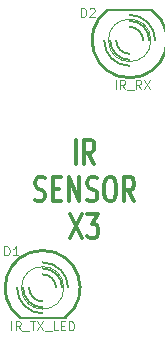
<source format=gto>
G04 (created by PCBNEW (2013-02-27 BZR 3976)-stable) date 12/03/2013 13:33:29*
%MOIN*%
G04 Gerber Fmt 3.4, Leading zero omitted, Abs format*
%FSLAX34Y34*%
G01*
G70*
G90*
G04 APERTURE LIST*
%ADD10C,2.3622e-006*%
%ADD11C,0.012*%
%ADD12C,0.008*%
%ADD13C,0.003*%
%ADD14C,0.01*%
%ADD15C,0.006*%
%ADD16C,0.0035*%
G04 APERTURE END LIST*
G54D10*
G54D11*
X64900Y-33023D02*
X64900Y-32223D01*
X65528Y-33023D02*
X65328Y-32642D01*
X65185Y-33023D02*
X65185Y-32223D01*
X65414Y-32223D01*
X65471Y-32261D01*
X65500Y-32300D01*
X65528Y-32376D01*
X65528Y-32490D01*
X65500Y-32566D01*
X65471Y-32604D01*
X65414Y-32642D01*
X65185Y-32642D01*
X63542Y-34225D02*
X63628Y-34263D01*
X63771Y-34263D01*
X63828Y-34225D01*
X63857Y-34187D01*
X63885Y-34111D01*
X63885Y-34035D01*
X63857Y-33959D01*
X63828Y-33920D01*
X63771Y-33882D01*
X63657Y-33844D01*
X63600Y-33806D01*
X63571Y-33768D01*
X63542Y-33692D01*
X63542Y-33616D01*
X63571Y-33540D01*
X63600Y-33501D01*
X63657Y-33463D01*
X63800Y-33463D01*
X63885Y-33501D01*
X64142Y-33844D02*
X64342Y-33844D01*
X64428Y-34263D02*
X64142Y-34263D01*
X64142Y-33463D01*
X64428Y-33463D01*
X64685Y-34263D02*
X64685Y-33463D01*
X65028Y-34263D01*
X65028Y-33463D01*
X65285Y-34225D02*
X65371Y-34263D01*
X65514Y-34263D01*
X65571Y-34225D01*
X65600Y-34187D01*
X65628Y-34111D01*
X65628Y-34035D01*
X65600Y-33959D01*
X65571Y-33920D01*
X65514Y-33882D01*
X65400Y-33844D01*
X65342Y-33806D01*
X65314Y-33768D01*
X65285Y-33692D01*
X65285Y-33616D01*
X65314Y-33540D01*
X65342Y-33501D01*
X65400Y-33463D01*
X65542Y-33463D01*
X65628Y-33501D01*
X66000Y-33463D02*
X66114Y-33463D01*
X66171Y-33501D01*
X66228Y-33578D01*
X66257Y-33730D01*
X66257Y-33997D01*
X66228Y-34149D01*
X66171Y-34225D01*
X66114Y-34263D01*
X66000Y-34263D01*
X65942Y-34225D01*
X65885Y-34149D01*
X65857Y-33997D01*
X65857Y-33730D01*
X65885Y-33578D01*
X65942Y-33501D01*
X66000Y-33463D01*
X66857Y-34263D02*
X66657Y-33882D01*
X66514Y-34263D02*
X66514Y-33463D01*
X66742Y-33463D01*
X66800Y-33501D01*
X66828Y-33540D01*
X66857Y-33616D01*
X66857Y-33730D01*
X66828Y-33806D01*
X66800Y-33844D01*
X66742Y-33882D01*
X66514Y-33882D01*
X64714Y-34703D02*
X65114Y-35503D01*
X65114Y-34703D02*
X64714Y-35503D01*
X65285Y-34703D02*
X65657Y-34703D01*
X65457Y-35008D01*
X65542Y-35008D01*
X65600Y-35046D01*
X65628Y-35084D01*
X65657Y-35160D01*
X65657Y-35351D01*
X65628Y-35427D01*
X65600Y-35465D01*
X65542Y-35503D01*
X65371Y-35503D01*
X65314Y-35465D01*
X65285Y-35427D01*
G54D12*
X67450Y-27880D02*
X65950Y-27880D01*
G54D13*
X67407Y-28900D02*
G75*
G03X67407Y-28900I-707J0D01*
G74*
G01*
G54D14*
X65949Y-27900D02*
G75*
G03X67450Y-27900I750J-999D01*
G74*
G01*
G54D15*
X66250Y-28900D02*
G75*
G03X66700Y-29350I450J0D01*
G74*
G01*
X67150Y-28900D02*
G75*
G03X66700Y-28450I-450J0D01*
G74*
G01*
X66050Y-28900D02*
G75*
G03X66700Y-29550I650J0D01*
G74*
G01*
X67350Y-28900D02*
G75*
G03X66700Y-28250I-650J0D01*
G74*
G01*
X65850Y-28900D02*
G75*
G03X66700Y-29750I850J0D01*
G74*
G01*
X67550Y-28900D02*
G75*
G03X66700Y-28050I-850J0D01*
G74*
G01*
G54D12*
X63050Y-38170D02*
X64550Y-38170D01*
G54D13*
X64507Y-37150D02*
G75*
G03X64507Y-37150I-707J0D01*
G74*
G01*
G54D14*
X64550Y-38149D02*
G75*
G03X63049Y-38149I-750J999D01*
G74*
G01*
G54D15*
X64250Y-37150D02*
G75*
G03X63800Y-36700I-450J0D01*
G74*
G01*
X63350Y-37150D02*
G75*
G03X63800Y-37600I450J0D01*
G74*
G01*
X64450Y-37150D02*
G75*
G03X63800Y-36500I-650J0D01*
G74*
G01*
X63150Y-37150D02*
G75*
G03X63800Y-37800I650J0D01*
G74*
G01*
X64650Y-37150D02*
G75*
G03X63800Y-36300I-850J0D01*
G74*
G01*
X62950Y-37150D02*
G75*
G03X63800Y-38000I850J0D01*
G74*
G01*
G54D16*
X65078Y-28121D02*
X65078Y-27821D01*
X65150Y-27821D01*
X65192Y-27835D01*
X65221Y-27864D01*
X65235Y-27892D01*
X65250Y-27950D01*
X65250Y-27992D01*
X65235Y-28050D01*
X65221Y-28078D01*
X65192Y-28107D01*
X65150Y-28121D01*
X65078Y-28121D01*
X65364Y-27850D02*
X65378Y-27835D01*
X65407Y-27821D01*
X65478Y-27821D01*
X65507Y-27835D01*
X65521Y-27850D01*
X65535Y-27878D01*
X65535Y-27907D01*
X65521Y-27950D01*
X65350Y-28121D01*
X65535Y-28121D01*
X66242Y-30521D02*
X66242Y-30221D01*
X66557Y-30521D02*
X66457Y-30378D01*
X66385Y-30521D02*
X66385Y-30221D01*
X66500Y-30221D01*
X66528Y-30235D01*
X66542Y-30250D01*
X66557Y-30278D01*
X66557Y-30321D01*
X66542Y-30350D01*
X66528Y-30364D01*
X66500Y-30378D01*
X66385Y-30378D01*
X66614Y-30550D02*
X66842Y-30550D01*
X67085Y-30521D02*
X66985Y-30378D01*
X66914Y-30521D02*
X66914Y-30221D01*
X67028Y-30221D01*
X67057Y-30235D01*
X67071Y-30250D01*
X67085Y-30278D01*
X67085Y-30321D01*
X67071Y-30350D01*
X67057Y-30364D01*
X67028Y-30378D01*
X66914Y-30378D01*
X67185Y-30221D02*
X67385Y-30521D01*
X67385Y-30221D02*
X67185Y-30521D01*
X62528Y-36071D02*
X62528Y-35771D01*
X62600Y-35771D01*
X62642Y-35785D01*
X62671Y-35814D01*
X62685Y-35842D01*
X62700Y-35900D01*
X62700Y-35942D01*
X62685Y-36000D01*
X62671Y-36028D01*
X62642Y-36057D01*
X62600Y-36071D01*
X62528Y-36071D01*
X62985Y-36071D02*
X62814Y-36071D01*
X62900Y-36071D02*
X62900Y-35771D01*
X62871Y-35814D01*
X62842Y-35842D01*
X62814Y-35857D01*
X62757Y-38571D02*
X62757Y-38271D01*
X63071Y-38571D02*
X62971Y-38428D01*
X62900Y-38571D02*
X62900Y-38271D01*
X63014Y-38271D01*
X63042Y-38285D01*
X63057Y-38300D01*
X63071Y-38328D01*
X63071Y-38371D01*
X63057Y-38400D01*
X63042Y-38414D01*
X63014Y-38428D01*
X62900Y-38428D01*
X63128Y-38600D02*
X63357Y-38600D01*
X63385Y-38271D02*
X63557Y-38271D01*
X63471Y-38571D02*
X63471Y-38271D01*
X63628Y-38271D02*
X63828Y-38571D01*
X63828Y-38271D02*
X63628Y-38571D01*
X63871Y-38600D02*
X64099Y-38600D01*
X64314Y-38571D02*
X64171Y-38571D01*
X64171Y-38271D01*
X64414Y-38414D02*
X64514Y-38414D01*
X64557Y-38571D02*
X64414Y-38571D01*
X64414Y-38271D01*
X64557Y-38271D01*
X64685Y-38571D02*
X64685Y-38271D01*
X64757Y-38271D01*
X64799Y-38285D01*
X64828Y-38314D01*
X64842Y-38342D01*
X64857Y-38400D01*
X64857Y-38442D01*
X64842Y-38500D01*
X64828Y-38528D01*
X64799Y-38557D01*
X64757Y-38571D01*
X64685Y-38571D01*
M02*

</source>
